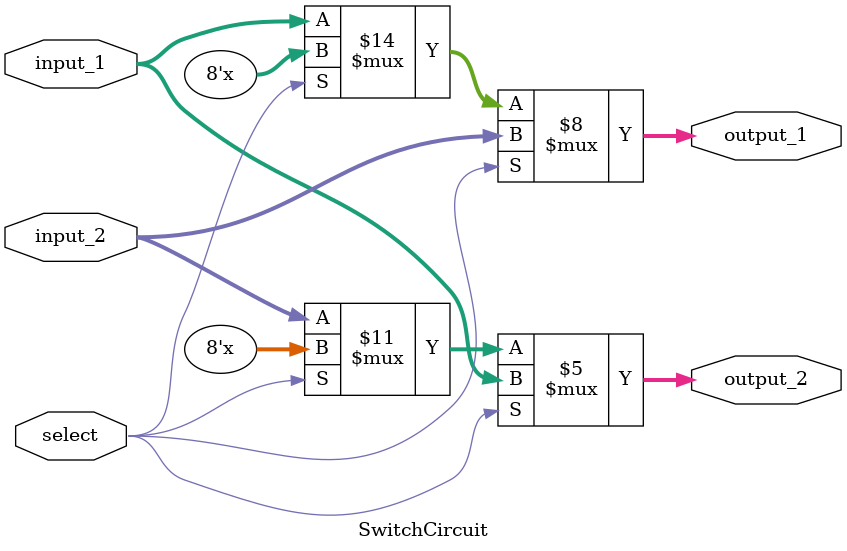
<source format=v>
module SwitchCircuit
(
input_1,
input_2,
select,
output_1,
output_2
);
input [0:7] input_1;
input [0:7] input_2;
input select;
output reg [0:7] output_1;
output reg [0:7] output_2;
always @(select) begin
	if (select  ==  1'b0)
	begin
	output_1 = input_1;
	output_2 = input_2;
	end
	if (select  ==  1'b1)
	begin
	output_1 = input_2;
	output_2 = input_1;
	end
end
endmodule
</source>
